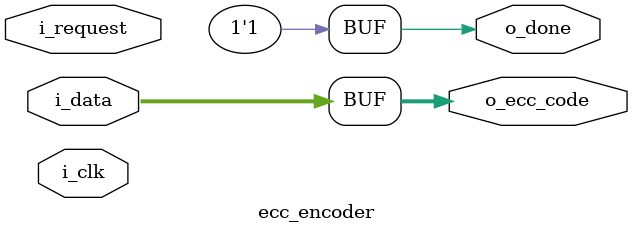
<source format=v>

module ecc_encoder
#(
// begin parameters
parameter ECC_WIDTH = 32,
parameter DATA_WIDTH = 32
// end parameters
)
(
input                               i_clk, // may not be necessary

// Read / Write requests from core
input                               i_request,
input      [DATA_WIDTH-1:0]         i_data,
output                              o_done,
output     [ECC_WIDTH-1:0]          o_ecc_code
);

assign o_done = 1'b1;
assign o_ecc_code[DATA_WIDTH-1:0]  = i_data[ECC_WIDTH-1:0];

endmodule
</source>
